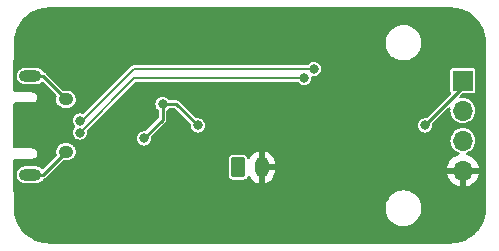
<source format=gbr>
%TF.GenerationSoftware,KiCad,Pcbnew,(6.0.0-0)*%
%TF.CreationDate,2022-08-17T15:30:41+02:00*%
%TF.ProjectId,bq24072_pmic_board,62713234-3037-4325-9f70-6d69635f626f,rev?*%
%TF.SameCoordinates,Original*%
%TF.FileFunction,Copper,L2,Bot*%
%TF.FilePolarity,Positive*%
%FSLAX46Y46*%
G04 Gerber Fmt 4.6, Leading zero omitted, Abs format (unit mm)*
G04 Created by KiCad (PCBNEW (6.0.0-0)) date 2022-08-17 15:30:41*
%MOMM*%
%LPD*%
G01*
G04 APERTURE LIST*
G04 Aperture macros list*
%AMRoundRect*
0 Rectangle with rounded corners*
0 $1 Rounding radius*
0 $2 $3 $4 $5 $6 $7 $8 $9 X,Y pos of 4 corners*
0 Add a 4 corners polygon primitive as box body*
4,1,4,$2,$3,$4,$5,$6,$7,$8,$9,$2,$3,0*
0 Add four circle primitives for the rounded corners*
1,1,$1+$1,$2,$3*
1,1,$1+$1,$4,$5*
1,1,$1+$1,$6,$7*
1,1,$1+$1,$8,$9*
0 Add four rect primitives between the rounded corners*
20,1,$1+$1,$2,$3,$4,$5,0*
20,1,$1+$1,$4,$5,$6,$7,0*
20,1,$1+$1,$6,$7,$8,$9,0*
20,1,$1+$1,$8,$9,$2,$3,0*%
G04 Aperture macros list end*
%TA.AperFunction,ComponentPad*%
%ADD10R,1.700000X1.700000*%
%TD*%
%TA.AperFunction,ComponentPad*%
%ADD11O,1.700000X1.700000*%
%TD*%
%TA.AperFunction,ComponentPad*%
%ADD12RoundRect,0.250000X-0.350000X-0.625000X0.350000X-0.625000X0.350000X0.625000X-0.350000X0.625000X0*%
%TD*%
%TA.AperFunction,ComponentPad*%
%ADD13O,1.200000X1.750000*%
%TD*%
%TA.AperFunction,ComponentPad*%
%ADD14O,1.250000X1.050000*%
%TD*%
%TA.AperFunction,ComponentPad*%
%ADD15O,1.900000X1.000000*%
%TD*%
%TA.AperFunction,ViaPad*%
%ADD16C,0.800000*%
%TD*%
%TA.AperFunction,Conductor*%
%ADD17C,0.250000*%
%TD*%
%TA.AperFunction,Conductor*%
%ADD18C,0.200000*%
%TD*%
G04 APERTURE END LIST*
D10*
%TO.P,J103,1,Pin_1*%
%TO.N,3V3*%
X163025000Y-86200000D03*
D11*
%TO.P,J103,2,Pin_2*%
%TO.N,D+*%
X163025000Y-88740000D03*
%TO.P,J103,3,Pin_3*%
%TO.N,D-*%
X163025000Y-91280000D03*
%TO.P,J103,4,Pin_4*%
%TO.N,GND*%
X163025000Y-93820000D03*
%TD*%
D12*
%TO.P,J102,1,Pin_1*%
%TO.N,BATT+*%
X144000000Y-93550000D03*
D13*
%TO.P,J102,2,Pin_2*%
%TO.N,GND*%
X146000000Y-93550000D03*
%TD*%
D14*
%TO.P,J101,6,Shield*%
%TO.N,Net-(J101-Pad6)*%
X129420000Y-92225000D03*
X129420000Y-87775000D03*
D15*
X126420000Y-85825000D03*
X126420000Y-94175000D03*
%TD*%
D16*
%TO.N,GND*%
X132906851Y-86503906D03*
X134000000Y-95400000D03*
X136200000Y-89000000D03*
X135600000Y-82000000D03*
X128100962Y-88642440D03*
X135600000Y-84000000D03*
X136200000Y-94800000D03*
X152800000Y-87800000D03*
X128400000Y-95000000D03*
X135157960Y-91625958D03*
X133000000Y-94800000D03*
X128400000Y-80800000D03*
X141000000Y-91000000D03*
X136200000Y-87000000D03*
X147200000Y-91400000D03*
%TO.N,OUT*%
X136008406Y-91100842D03*
X137600000Y-88200000D03*
X140575500Y-90000000D03*
%TO.N,D+*%
X150400000Y-85200000D03*
X130626491Y-89584265D03*
%TO.N,D-*%
X149600000Y-86000000D03*
X130600000Y-90600000D03*
%TO.N,3V3*%
X159800000Y-90000000D03*
%TD*%
D17*
%TO.N,OUT*%
X136008406Y-91100842D02*
X137600000Y-89509248D01*
X138775500Y-88200000D02*
X140575500Y-90000000D01*
X137600000Y-89509248D02*
X137600000Y-88200000D01*
X137600000Y-88200000D02*
X138775500Y-88200000D01*
%TO.N,Net-(J101-Pad6)*%
X126420000Y-85825000D02*
X127470000Y-85825000D01*
X126420000Y-94175000D02*
X127470000Y-94175000D01*
X127470000Y-85825000D02*
X129420000Y-87775000D01*
X127470000Y-94175000D02*
X129420000Y-92225000D01*
D18*
%TO.N,D+*%
X150400000Y-85200000D02*
X135200000Y-85200000D01*
X130815735Y-89584265D02*
X130626491Y-89584265D01*
X135200000Y-85200000D02*
X130815735Y-89584265D01*
%TO.N,D-*%
X135200000Y-86000000D02*
X130600000Y-90600000D01*
X135200000Y-86000000D02*
X149600000Y-86000000D01*
D17*
%TO.N,3V3*%
X159800000Y-90000000D02*
X163025000Y-86775000D01*
X163025000Y-86775000D02*
X163025000Y-86200000D01*
%TD*%
%TA.AperFunction,Conductor*%
%TO.N,GND*%
G36*
X162003293Y-80000673D02*
G01*
X162058898Y-80003587D01*
X162133549Y-80007499D01*
X162313790Y-80017622D01*
X162326421Y-80018973D01*
X162475061Y-80042515D01*
X162476150Y-80042694D01*
X162564176Y-80057650D01*
X162635217Y-80069721D01*
X162646721Y-80072234D01*
X162795562Y-80112115D01*
X162797833Y-80112747D01*
X162949080Y-80156321D01*
X162959350Y-80159764D01*
X163104647Y-80215539D01*
X163107696Y-80216755D01*
X163251685Y-80276397D01*
X163260651Y-80280530D01*
X163400049Y-80351557D01*
X163403761Y-80353528D01*
X163539483Y-80428539D01*
X163547159Y-80433145D01*
X163678692Y-80518564D01*
X163682979Y-80521475D01*
X163809119Y-80610976D01*
X163815475Y-80615797D01*
X163937519Y-80714626D01*
X163942185Y-80718595D01*
X164057388Y-80821547D01*
X164062523Y-80826403D01*
X164173598Y-80937478D01*
X164178454Y-80942613D01*
X164281405Y-81057815D01*
X164285368Y-81062473D01*
X164384203Y-81184525D01*
X164389024Y-81190881D01*
X164454585Y-81283281D01*
X164478525Y-81317021D01*
X164481436Y-81321308D01*
X164566855Y-81452841D01*
X164571460Y-81460515D01*
X164640582Y-81585581D01*
X164646472Y-81596239D01*
X164648443Y-81599951D01*
X164719470Y-81739349D01*
X164723605Y-81748320D01*
X164783245Y-81892304D01*
X164784461Y-81895353D01*
X164824772Y-82000364D01*
X164840235Y-82040647D01*
X164843679Y-82050920D01*
X164887253Y-82202167D01*
X164887885Y-82204438D01*
X164927766Y-82353279D01*
X164930279Y-82364783D01*
X164939909Y-82421458D01*
X164957306Y-82523850D01*
X164957485Y-82524939D01*
X164981026Y-82673572D01*
X164982379Y-82686218D01*
X164992506Y-82866558D01*
X164992531Y-82867028D01*
X164999327Y-82996707D01*
X164999500Y-83003301D01*
X164999500Y-96996699D01*
X164999327Y-97003293D01*
X164992531Y-97132972D01*
X164992506Y-97133442D01*
X164982379Y-97313782D01*
X164981027Y-97326421D01*
X164957485Y-97475061D01*
X164957306Y-97476150D01*
X164942350Y-97564176D01*
X164930279Y-97635217D01*
X164927766Y-97646721D01*
X164887885Y-97795562D01*
X164887253Y-97797833D01*
X164843679Y-97949080D01*
X164840236Y-97959350D01*
X164812992Y-98030324D01*
X164784467Y-98104633D01*
X164783245Y-98107696D01*
X164723605Y-98251680D01*
X164719470Y-98260651D01*
X164648443Y-98400049D01*
X164646477Y-98403752D01*
X164593203Y-98500144D01*
X164571461Y-98539483D01*
X164566855Y-98547159D01*
X164481436Y-98678692D01*
X164478525Y-98682979D01*
X164389024Y-98809119D01*
X164384203Y-98815475D01*
X164285374Y-98937519D01*
X164281405Y-98942185D01*
X164178453Y-99057388D01*
X164173597Y-99062523D01*
X164062523Y-99173597D01*
X164057388Y-99178453D01*
X163942185Y-99281405D01*
X163937527Y-99285368D01*
X163815475Y-99384203D01*
X163809119Y-99389024D01*
X163716719Y-99454585D01*
X163682979Y-99478525D01*
X163678692Y-99481436D01*
X163547159Y-99566855D01*
X163539483Y-99571461D01*
X163403761Y-99646472D01*
X163400049Y-99648443D01*
X163260651Y-99719470D01*
X163251685Y-99723603D01*
X163170775Y-99757117D01*
X163107696Y-99783245D01*
X163104647Y-99784461D01*
X162959353Y-99840235D01*
X162949080Y-99843679D01*
X162797833Y-99887253D01*
X162795562Y-99887885D01*
X162646721Y-99927766D01*
X162635217Y-99930279D01*
X162564176Y-99942350D01*
X162476150Y-99957306D01*
X162475061Y-99957485D01*
X162326421Y-99981027D01*
X162313790Y-99982378D01*
X162133549Y-99992501D01*
X162058898Y-99996413D01*
X162003293Y-99999327D01*
X161996699Y-99999500D01*
X128003301Y-99999500D01*
X127996707Y-99999327D01*
X127941102Y-99996413D01*
X127866451Y-99992501D01*
X127686210Y-99982378D01*
X127673579Y-99981027D01*
X127524939Y-99957485D01*
X127523850Y-99957306D01*
X127435824Y-99942350D01*
X127364783Y-99930279D01*
X127353279Y-99927766D01*
X127204438Y-99887885D01*
X127202167Y-99887253D01*
X127050920Y-99843679D01*
X127040647Y-99840235D01*
X126895353Y-99784461D01*
X126892304Y-99783245D01*
X126829225Y-99757117D01*
X126748315Y-99723603D01*
X126739349Y-99719470D01*
X126599951Y-99648443D01*
X126596239Y-99646472D01*
X126460517Y-99571461D01*
X126452841Y-99566855D01*
X126321308Y-99481436D01*
X126317021Y-99478525D01*
X126283281Y-99454585D01*
X126190881Y-99389024D01*
X126184525Y-99384203D01*
X126062473Y-99285368D01*
X126057815Y-99281405D01*
X125942613Y-99178454D01*
X125937478Y-99173598D01*
X125826402Y-99062522D01*
X125821546Y-99057387D01*
X125718595Y-98942185D01*
X125714626Y-98937519D01*
X125615797Y-98815475D01*
X125610976Y-98809119D01*
X125521475Y-98682979D01*
X125518564Y-98678692D01*
X125433145Y-98547159D01*
X125428539Y-98539483D01*
X125406797Y-98500144D01*
X125353523Y-98403752D01*
X125351557Y-98400049D01*
X125280530Y-98260651D01*
X125276395Y-98251680D01*
X125216755Y-98107696D01*
X125215533Y-98104633D01*
X125187009Y-98030324D01*
X125159764Y-97959350D01*
X125156321Y-97949080D01*
X125112747Y-97797833D01*
X125112115Y-97795562D01*
X125072234Y-97646721D01*
X125069721Y-97635217D01*
X125057650Y-97564176D01*
X125042694Y-97476150D01*
X125042515Y-97475061D01*
X125018973Y-97326421D01*
X125017621Y-97313782D01*
X125007494Y-97133442D01*
X125007469Y-97132972D01*
X125006005Y-97105028D01*
X156498025Y-97105028D01*
X156535347Y-97348930D01*
X156612003Y-97583460D01*
X156725935Y-97802321D01*
X156729038Y-97806454D01*
X156729040Y-97806457D01*
X156870978Y-97995501D01*
X156874083Y-97999636D01*
X157052468Y-98170104D01*
X157056740Y-98173018D01*
X157056741Y-98173019D01*
X157172054Y-98251680D01*
X157256300Y-98309149D01*
X157368202Y-98361092D01*
X157475409Y-98410856D01*
X157475413Y-98410857D01*
X157480104Y-98413035D01*
X157717871Y-98478974D01*
X157723008Y-98479523D01*
X157915957Y-98500144D01*
X157915965Y-98500144D01*
X157919292Y-98500500D01*
X158062554Y-98500500D01*
X158065127Y-98500288D01*
X158065138Y-98500288D01*
X158240760Y-98485849D01*
X158240766Y-98485848D01*
X158245911Y-98485425D01*
X158485217Y-98425316D01*
X158711493Y-98326928D01*
X158918661Y-98192905D01*
X158940516Y-98173019D01*
X159015671Y-98104633D01*
X159101158Y-98026846D01*
X159104357Y-98022795D01*
X159104361Y-98022791D01*
X159250881Y-97837264D01*
X159250884Y-97837259D01*
X159254082Y-97833210D01*
X159256577Y-97828691D01*
X159370830Y-97621722D01*
X159370832Y-97621718D01*
X159373327Y-97617198D01*
X159385275Y-97583460D01*
X159453965Y-97389485D01*
X159453966Y-97389481D01*
X159455691Y-97384610D01*
X159466055Y-97326428D01*
X159498055Y-97146783D01*
X159498056Y-97146777D01*
X159498961Y-97141694D01*
X159501975Y-96894972D01*
X159464653Y-96651070D01*
X159387997Y-96416540D01*
X159274065Y-96197679D01*
X159125917Y-96000364D01*
X158947532Y-95829896D01*
X158919212Y-95810577D01*
X158747979Y-95693770D01*
X158747980Y-95693770D01*
X158743700Y-95690851D01*
X158631798Y-95638908D01*
X158524591Y-95589144D01*
X158524587Y-95589143D01*
X158519896Y-95586965D01*
X158282129Y-95521026D01*
X158276992Y-95520477D01*
X158084043Y-95499856D01*
X158084035Y-95499856D01*
X158080708Y-95499500D01*
X157937446Y-95499500D01*
X157934873Y-95499712D01*
X157934862Y-95499712D01*
X157759240Y-95514151D01*
X157759234Y-95514152D01*
X157754089Y-95514575D01*
X157514783Y-95574684D01*
X157288507Y-95673072D01*
X157081339Y-95807095D01*
X157077514Y-95810575D01*
X157077512Y-95810577D01*
X157056281Y-95829896D01*
X156898842Y-95973154D01*
X156895643Y-95977205D01*
X156895639Y-95977209D01*
X156749119Y-96162736D01*
X156749116Y-96162741D01*
X156745918Y-96166790D01*
X156743425Y-96171306D01*
X156743423Y-96171309D01*
X156731150Y-96193543D01*
X156626673Y-96382802D01*
X156624949Y-96387671D01*
X156624947Y-96387675D01*
X156612984Y-96421458D01*
X156544309Y-96615390D01*
X156501039Y-96858306D01*
X156498025Y-97105028D01*
X125006005Y-97105028D01*
X125000643Y-97002718D01*
X125000475Y-96997287D01*
X124975172Y-94256105D01*
X125269031Y-94256105D01*
X125270805Y-94263492D01*
X125270805Y-94263496D01*
X125287169Y-94331655D01*
X125308612Y-94420968D01*
X125312093Y-94427712D01*
X125312094Y-94427715D01*
X125382892Y-94564883D01*
X125386375Y-94571631D01*
X125391367Y-94577353D01*
X125391368Y-94577355D01*
X125428547Y-94619974D01*
X125497831Y-94699396D01*
X125504045Y-94703763D01*
X125630330Y-94792518D01*
X125630332Y-94792519D01*
X125636547Y-94796887D01*
X125794513Y-94858476D01*
X125802046Y-94859468D01*
X125802047Y-94859468D01*
X125919739Y-94874962D01*
X125923826Y-94875500D01*
X126912516Y-94875500D01*
X127038320Y-94860276D01*
X127196923Y-94800345D01*
X127208525Y-94792371D01*
X127330392Y-94708614D01*
X127330393Y-94708613D01*
X127336651Y-94704312D01*
X127373246Y-94663239D01*
X127444388Y-94583392D01*
X127444390Y-94583388D01*
X127449440Y-94577721D01*
X127452993Y-94571010D01*
X127452996Y-94571006D01*
X127460667Y-94556518D01*
X127510218Y-94505674D01*
X127550144Y-94491389D01*
X127572190Y-94487502D01*
X127583045Y-94485588D01*
X127592589Y-94480078D01*
X127595866Y-94478885D01*
X127599034Y-94477408D01*
X127609684Y-94474554D01*
X127640544Y-94452945D01*
X127649815Y-94447039D01*
X127672906Y-94433707D01*
X127682455Y-94428194D01*
X127706685Y-94399317D01*
X127714111Y-94391215D01*
X127876492Y-94228834D01*
X143199500Y-94228834D01*
X143202481Y-94260369D01*
X143247366Y-94388184D01*
X143252958Y-94395754D01*
X143252959Y-94395757D01*
X143279008Y-94431024D01*
X143327850Y-94497150D01*
X143335421Y-94502742D01*
X143429243Y-94572041D01*
X143429246Y-94572042D01*
X143436816Y-94577634D01*
X143564631Y-94622519D01*
X143572277Y-94623242D01*
X143572278Y-94623242D01*
X143578248Y-94623806D01*
X143596166Y-94625500D01*
X144403834Y-94625500D01*
X144421752Y-94623806D01*
X144427722Y-94623242D01*
X144427723Y-94623242D01*
X144435369Y-94622519D01*
X144563184Y-94577634D01*
X144570754Y-94572042D01*
X144570757Y-94572041D01*
X144664579Y-94502742D01*
X144672150Y-94497150D01*
X144720992Y-94431024D01*
X144747041Y-94395757D01*
X144747042Y-94395754D01*
X144752634Y-94388184D01*
X144773709Y-94328169D01*
X144815152Y-94270525D01*
X144881181Y-94244436D01*
X144950834Y-94258187D01*
X145004608Y-94312226D01*
X145060619Y-94420977D01*
X145067069Y-94431024D01*
X145190262Y-94587857D01*
X145198499Y-94596506D01*
X145349123Y-94727212D01*
X145358847Y-94734147D01*
X145531467Y-94834010D01*
X145542331Y-94838984D01*
X145730727Y-94904407D01*
X145731716Y-94904648D01*
X145742008Y-94903180D01*
X145746000Y-94889615D01*
X145746000Y-94885402D01*
X146254000Y-94885402D01*
X146257973Y-94898933D01*
X146267399Y-94900288D01*
X146356537Y-94878806D01*
X146367832Y-94874917D01*
X146549382Y-94792371D01*
X146559724Y-94786424D01*
X146722397Y-94671032D01*
X146731425Y-94663239D01*
X146869342Y-94519169D01*
X146876738Y-94509804D01*
X146984921Y-94342259D01*
X146990417Y-94331655D01*
X147064961Y-94146688D01*
X147068355Y-94135230D01*
X147077585Y-94087966D01*
X161693257Y-94087966D01*
X161723565Y-94222446D01*
X161726645Y-94232275D01*
X161806770Y-94429603D01*
X161811413Y-94438794D01*
X161922694Y-94620388D01*
X161928777Y-94628699D01*
X162068213Y-94789667D01*
X162075580Y-94796883D01*
X162239434Y-94932916D01*
X162247881Y-94938831D01*
X162431756Y-95046279D01*
X162441042Y-95050729D01*
X162640001Y-95126703D01*
X162649899Y-95129579D01*
X162753250Y-95150606D01*
X162767299Y-95149410D01*
X162771000Y-95139065D01*
X162771000Y-95138517D01*
X163279000Y-95138517D01*
X163283064Y-95152359D01*
X163296478Y-95154393D01*
X163303184Y-95153534D01*
X163313262Y-95151392D01*
X163517255Y-95090191D01*
X163526842Y-95086433D01*
X163718095Y-94992739D01*
X163726945Y-94987464D01*
X163900328Y-94863792D01*
X163908200Y-94857139D01*
X164059052Y-94706812D01*
X164065730Y-94698965D01*
X164190003Y-94526020D01*
X164195313Y-94517183D01*
X164289670Y-94326267D01*
X164293469Y-94316672D01*
X164355377Y-94112910D01*
X164357555Y-94102837D01*
X164358986Y-94091962D01*
X164356775Y-94077778D01*
X164343617Y-94074000D01*
X163297115Y-94074000D01*
X163281876Y-94078475D01*
X163280671Y-94079865D01*
X163279000Y-94087548D01*
X163279000Y-95138517D01*
X162771000Y-95138517D01*
X162771000Y-94092115D01*
X162766525Y-94076876D01*
X162765135Y-94075671D01*
X162757452Y-94074000D01*
X161708225Y-94074000D01*
X161694694Y-94077973D01*
X161693257Y-94087966D01*
X147077585Y-94087966D01*
X147106857Y-93938072D01*
X147107934Y-93929209D01*
X147108000Y-93926500D01*
X147108000Y-93822115D01*
X147103525Y-93806876D01*
X147102135Y-93805671D01*
X147094452Y-93804000D01*
X146272115Y-93804000D01*
X146256876Y-93808475D01*
X146255671Y-93809865D01*
X146254000Y-93817548D01*
X146254000Y-94885402D01*
X145746000Y-94885402D01*
X145746000Y-93554183D01*
X161689389Y-93554183D01*
X161690912Y-93562607D01*
X161703292Y-93566000D01*
X164343344Y-93566000D01*
X164356875Y-93562027D01*
X164358180Y-93552947D01*
X164316214Y-93385875D01*
X164312894Y-93376124D01*
X164227972Y-93180814D01*
X164223105Y-93171739D01*
X164107426Y-92992926D01*
X164101136Y-92984757D01*
X163957806Y-92827240D01*
X163950273Y-92820215D01*
X163783139Y-92688222D01*
X163774552Y-92682517D01*
X163588117Y-92579599D01*
X163578705Y-92575369D01*
X163387031Y-92507493D01*
X163329495Y-92465899D01*
X163303579Y-92399801D01*
X163317513Y-92330185D01*
X163366872Y-92279154D01*
X163395206Y-92267362D01*
X163400790Y-92265803D01*
X163400799Y-92265800D01*
X163406725Y-92264145D01*
X163412214Y-92261372D01*
X163412220Y-92261370D01*
X163547944Y-92192810D01*
X163590610Y-92171258D01*
X163752951Y-92044424D01*
X163775098Y-92018767D01*
X163883540Y-91893134D01*
X163883540Y-91893133D01*
X163887564Y-91888472D01*
X163901979Y-91863098D01*
X163941356Y-91793781D01*
X163989323Y-91709344D01*
X164054351Y-91513863D01*
X164080171Y-91309474D01*
X164080583Y-91280000D01*
X164060480Y-91074970D01*
X164000935Y-90877749D01*
X163904218Y-90695849D01*
X163814727Y-90586122D01*
X163777906Y-90540975D01*
X163777903Y-90540972D01*
X163774011Y-90536200D01*
X163767173Y-90530543D01*
X163620025Y-90408811D01*
X163620021Y-90408809D01*
X163615275Y-90404882D01*
X163434055Y-90306897D01*
X163237254Y-90245977D01*
X163231129Y-90245333D01*
X163231128Y-90245333D01*
X163038498Y-90225087D01*
X163038496Y-90225087D01*
X163032369Y-90224443D01*
X162945529Y-90232346D01*
X162833342Y-90242555D01*
X162833339Y-90242556D01*
X162827203Y-90243114D01*
X162629572Y-90301280D01*
X162447002Y-90396726D01*
X162442201Y-90400586D01*
X162442198Y-90400588D01*
X162316171Y-90501916D01*
X162286447Y-90525815D01*
X162154024Y-90683630D01*
X162151056Y-90689028D01*
X162151053Y-90689033D01*
X162057743Y-90858765D01*
X162054776Y-90864162D01*
X161992484Y-91060532D01*
X161991798Y-91066649D01*
X161991797Y-91066653D01*
X161985305Y-91124536D01*
X161969520Y-91265262D01*
X161986759Y-91470553D01*
X161988458Y-91476478D01*
X162027887Y-91613982D01*
X162043544Y-91668586D01*
X162046359Y-91674063D01*
X162046360Y-91674066D01*
X162134897Y-91846341D01*
X162137712Y-91851818D01*
X162265677Y-92013270D01*
X162270370Y-92017264D01*
X162270371Y-92017265D01*
X162359937Y-92093491D01*
X162422564Y-92146791D01*
X162427942Y-92149797D01*
X162427944Y-92149798D01*
X162491824Y-92185499D01*
X162602398Y-92247297D01*
X162667437Y-92268429D01*
X162726042Y-92308502D01*
X162753680Y-92373898D01*
X162741574Y-92443855D01*
X162693568Y-92496162D01*
X162667646Y-92508027D01*
X162501868Y-92562212D01*
X162492359Y-92566209D01*
X162303463Y-92664542D01*
X162294738Y-92670036D01*
X162124433Y-92797905D01*
X162116726Y-92804748D01*
X161969590Y-92958717D01*
X161963104Y-92966727D01*
X161843098Y-93142649D01*
X161838000Y-93151623D01*
X161748338Y-93344783D01*
X161744775Y-93354470D01*
X161689389Y-93554183D01*
X145746000Y-93554183D01*
X145746000Y-93277885D01*
X146254000Y-93277885D01*
X146258475Y-93293124D01*
X146259865Y-93294329D01*
X146267548Y-93296000D01*
X147089885Y-93296000D01*
X147105124Y-93291525D01*
X147106329Y-93290135D01*
X147108000Y-93282452D01*
X147108000Y-93225168D01*
X147107715Y-93219192D01*
X147093529Y-93070506D01*
X147091270Y-93058772D01*
X147035128Y-92867401D01*
X147030698Y-92856325D01*
X146939381Y-92679022D01*
X146932931Y-92668976D01*
X146809738Y-92512143D01*
X146801501Y-92503494D01*
X146650877Y-92372788D01*
X146641153Y-92365853D01*
X146468533Y-92265990D01*
X146457669Y-92261016D01*
X146269273Y-92195593D01*
X146268284Y-92195352D01*
X146257992Y-92196820D01*
X146254000Y-92210385D01*
X146254000Y-93277885D01*
X145746000Y-93277885D01*
X145746000Y-92214598D01*
X145742027Y-92201067D01*
X145732601Y-92199712D01*
X145643463Y-92221194D01*
X145632168Y-92225083D01*
X145450618Y-92307629D01*
X145440276Y-92313576D01*
X145277603Y-92428968D01*
X145268575Y-92436761D01*
X145130658Y-92580831D01*
X145123262Y-92590196D01*
X145015079Y-92757741D01*
X145009585Y-92768341D01*
X145007857Y-92772628D01*
X144963840Y-92828333D01*
X144896694Y-92851397D01*
X144827738Y-92834498D01*
X144778864Y-92783001D01*
X144772109Y-92767274D01*
X144768762Y-92757741D01*
X144752634Y-92711816D01*
X144747042Y-92704246D01*
X144747041Y-92704243D01*
X144677742Y-92610421D01*
X144672150Y-92602850D01*
X144634944Y-92575369D01*
X144570757Y-92527959D01*
X144570754Y-92527958D01*
X144563184Y-92522366D01*
X144435369Y-92477481D01*
X144427723Y-92476758D01*
X144427722Y-92476758D01*
X144421752Y-92476194D01*
X144403834Y-92474500D01*
X143596166Y-92474500D01*
X143578248Y-92476194D01*
X143572278Y-92476758D01*
X143572277Y-92476758D01*
X143564631Y-92477481D01*
X143436816Y-92522366D01*
X143429246Y-92527958D01*
X143429243Y-92527959D01*
X143365056Y-92575369D01*
X143327850Y-92602850D01*
X143322258Y-92610421D01*
X143252959Y-92704243D01*
X143252958Y-92704246D01*
X143247366Y-92711816D01*
X143202481Y-92839631D01*
X143199500Y-92871166D01*
X143199500Y-94228834D01*
X127876492Y-94228834D01*
X129120674Y-92984653D01*
X129182986Y-92950627D01*
X129227229Y-92949229D01*
X129229717Y-92949838D01*
X129237149Y-92950299D01*
X129238449Y-92950380D01*
X129238458Y-92950380D01*
X129240388Y-92950500D01*
X129562363Y-92950500D01*
X129651035Y-92940162D01*
X129680765Y-92936696D01*
X129680766Y-92936696D01*
X129688037Y-92935848D01*
X129694914Y-92933352D01*
X129694917Y-92933351D01*
X129840182Y-92880622D01*
X129847061Y-92878125D01*
X129988540Y-92785367D01*
X130104885Y-92662550D01*
X130189856Y-92516262D01*
X130192351Y-92508027D01*
X130216840Y-92427169D01*
X130238895Y-92354350D01*
X130240851Y-92322831D01*
X130244685Y-92261016D01*
X130249370Y-92185499D01*
X130243236Y-92149798D01*
X130221960Y-92025983D01*
X130220720Y-92018767D01*
X130154482Y-91863098D01*
X130120354Y-91816723D01*
X130058547Y-91732736D01*
X130058545Y-91732733D01*
X130054209Y-91726842D01*
X130006001Y-91685886D01*
X129930854Y-91622043D01*
X129930851Y-91622041D01*
X129925280Y-91617308D01*
X129774611Y-91540373D01*
X129767502Y-91538633D01*
X129767498Y-91538632D01*
X129641268Y-91507744D01*
X129610283Y-91500162D01*
X129604686Y-91499815D01*
X129604681Y-91499814D01*
X129601551Y-91499620D01*
X129601542Y-91499620D01*
X129599612Y-91499500D01*
X129277637Y-91499500D01*
X129188965Y-91509838D01*
X129159235Y-91513304D01*
X129159234Y-91513304D01*
X129151963Y-91514152D01*
X129145086Y-91516648D01*
X129145083Y-91516649D01*
X129079725Y-91540373D01*
X128992939Y-91571875D01*
X128851460Y-91664633D01*
X128735115Y-91787450D01*
X128650144Y-91933738D01*
X128648023Y-91940740D01*
X128648022Y-91940743D01*
X128640288Y-91966280D01*
X128601105Y-92095650D01*
X128600652Y-92102959D01*
X128600651Y-92102962D01*
X128596242Y-92174033D01*
X128590630Y-92264501D01*
X128591870Y-92271717D01*
X128591870Y-92271719D01*
X128609237Y-92372788D01*
X128619280Y-92431233D01*
X128622146Y-92437968D01*
X128622147Y-92437972D01*
X128626020Y-92447075D01*
X128634284Y-92517589D01*
X128599173Y-92585500D01*
X127526954Y-93657720D01*
X127464642Y-93691745D01*
X127393827Y-93686681D01*
X127354537Y-93659488D01*
X127352806Y-93661410D01*
X127347164Y-93656330D01*
X127342169Y-93650604D01*
X127283649Y-93609475D01*
X127209670Y-93557482D01*
X127209668Y-93557481D01*
X127203453Y-93553113D01*
X127045487Y-93491524D01*
X127037954Y-93490532D01*
X127037953Y-93490532D01*
X126920261Y-93475038D01*
X126920260Y-93475038D01*
X126916174Y-93474500D01*
X125927484Y-93474500D01*
X125801680Y-93489724D01*
X125643077Y-93549655D01*
X125503349Y-93645688D01*
X125498297Y-93651358D01*
X125498296Y-93651359D01*
X125395612Y-93766608D01*
X125395610Y-93766612D01*
X125390560Y-93772279D01*
X125387008Y-93778988D01*
X125387007Y-93778989D01*
X125372880Y-93805671D01*
X125311224Y-93922119D01*
X125269919Y-94086559D01*
X125269031Y-94256105D01*
X124975172Y-94256105D01*
X124970505Y-93750546D01*
X124970500Y-93749383D01*
X124970500Y-92926500D01*
X124990502Y-92858379D01*
X125044158Y-92811886D01*
X125096500Y-92800500D01*
X126541413Y-92800500D01*
X126545000Y-92800757D01*
X126545000Y-92804876D01*
X126666110Y-92787463D01*
X126777409Y-92736635D01*
X126784218Y-92730735D01*
X126784221Y-92730733D01*
X126863067Y-92662412D01*
X126863068Y-92662411D01*
X126869879Y-92656509D01*
X126936029Y-92553577D01*
X126945194Y-92522366D01*
X126967962Y-92444823D01*
X126967962Y-92444821D01*
X126970500Y-92436178D01*
X126970500Y-92313822D01*
X126957172Y-92268429D01*
X126938569Y-92205072D01*
X126938568Y-92205069D01*
X126936029Y-92196423D01*
X126869879Y-92093491D01*
X126813253Y-92044424D01*
X126784221Y-92019267D01*
X126784218Y-92019265D01*
X126777409Y-92013365D01*
X126766623Y-92008439D01*
X126700357Y-91978177D01*
X126666110Y-91962537D01*
X126545000Y-91945124D01*
X126545000Y-91949243D01*
X126541413Y-91949500D01*
X125096500Y-91949500D01*
X125028379Y-91929498D01*
X124981886Y-91875842D01*
X124970500Y-91823500D01*
X124970500Y-90600000D01*
X129994318Y-90600000D01*
X130014956Y-90756762D01*
X130075464Y-90902841D01*
X130171718Y-91028282D01*
X130297159Y-91124536D01*
X130443238Y-91185044D01*
X130600000Y-91205682D01*
X130608188Y-91204604D01*
X130748574Y-91186122D01*
X130756762Y-91185044D01*
X130902841Y-91124536D01*
X130933720Y-91100842D01*
X135402724Y-91100842D01*
X135423362Y-91257604D01*
X135483870Y-91403683D01*
X135580124Y-91529124D01*
X135705565Y-91625378D01*
X135851644Y-91685886D01*
X136008406Y-91706524D01*
X136016594Y-91705446D01*
X136156980Y-91686964D01*
X136165168Y-91685886D01*
X136311247Y-91625378D01*
X136436688Y-91529124D01*
X136532942Y-91403683D01*
X136593450Y-91257604D01*
X136614088Y-91100842D01*
X136605288Y-91033999D01*
X136616227Y-90963852D01*
X136641115Y-90928459D01*
X137816215Y-89753359D01*
X137824319Y-89745932D01*
X137830805Y-89740489D01*
X137853194Y-89721703D01*
X137863247Y-89704290D01*
X137872039Y-89689063D01*
X137877945Y-89679792D01*
X137893230Y-89657963D01*
X137899554Y-89648932D01*
X137902408Y-89638282D01*
X137903885Y-89635114D01*
X137905077Y-89631838D01*
X137910588Y-89622293D01*
X137917130Y-89585190D01*
X137919509Y-89574458D01*
X137921589Y-89566695D01*
X137929264Y-89538055D01*
X137925979Y-89500505D01*
X137925500Y-89489524D01*
X137925500Y-88769286D01*
X137945502Y-88701165D01*
X137974796Y-88669323D01*
X138021736Y-88633305D01*
X138028282Y-88628282D01*
X138069323Y-88574796D01*
X138126661Y-88532929D01*
X138169286Y-88525500D01*
X138588484Y-88525500D01*
X138656605Y-88545502D01*
X138677579Y-88562405D01*
X139942791Y-89827618D01*
X139976817Y-89889930D01*
X139978618Y-89933158D01*
X139969818Y-90000000D01*
X139990456Y-90156762D01*
X140050964Y-90302841D01*
X140147218Y-90428282D01*
X140272659Y-90524536D01*
X140418738Y-90585044D01*
X140575500Y-90605682D01*
X140583688Y-90604604D01*
X140724074Y-90586122D01*
X140732262Y-90585044D01*
X140878341Y-90524536D01*
X141003782Y-90428282D01*
X141100036Y-90302841D01*
X141160544Y-90156762D01*
X141181182Y-90000000D01*
X159194318Y-90000000D01*
X159214956Y-90156762D01*
X159275464Y-90302841D01*
X159371718Y-90428282D01*
X159497159Y-90524536D01*
X159643238Y-90585044D01*
X159800000Y-90605682D01*
X159808188Y-90604604D01*
X159948574Y-90586122D01*
X159956762Y-90585044D01*
X160102841Y-90524536D01*
X160228282Y-90428282D01*
X160324536Y-90302841D01*
X160385044Y-90156762D01*
X160405682Y-90000000D01*
X160396882Y-89933157D01*
X160407821Y-89863010D01*
X160432709Y-89827617D01*
X161769992Y-88490334D01*
X161832304Y-88456308D01*
X161903119Y-88461373D01*
X161959955Y-88503920D01*
X161984766Y-88570440D01*
X161984302Y-88593474D01*
X161972223Y-88701165D01*
X161969520Y-88725262D01*
X161986759Y-88930553D01*
X161988458Y-88936478D01*
X162023800Y-89059729D01*
X162043544Y-89128586D01*
X162046359Y-89134063D01*
X162046360Y-89134066D01*
X162126013Y-89289054D01*
X162137712Y-89311818D01*
X162265677Y-89473270D01*
X162422564Y-89606791D01*
X162427942Y-89609797D01*
X162427944Y-89609798D01*
X162459563Y-89627469D01*
X162602398Y-89707297D01*
X162681008Y-89732839D01*
X162792471Y-89769056D01*
X162792475Y-89769057D01*
X162798329Y-89770959D01*
X163002894Y-89795351D01*
X163009029Y-89794879D01*
X163009031Y-89794879D01*
X163065039Y-89790569D01*
X163208300Y-89779546D01*
X163214230Y-89777890D01*
X163214232Y-89777890D01*
X163400797Y-89725800D01*
X163400796Y-89725800D01*
X163406725Y-89724145D01*
X163412214Y-89721372D01*
X163412220Y-89721370D01*
X163582976Y-89635114D01*
X163590610Y-89631258D01*
X163615978Y-89611439D01*
X163709905Y-89538055D01*
X163752951Y-89504424D01*
X163765813Y-89489524D01*
X163883540Y-89353134D01*
X163883540Y-89353133D01*
X163887564Y-89348472D01*
X163902471Y-89322232D01*
X163986276Y-89174707D01*
X163989323Y-89169344D01*
X164054351Y-88973863D01*
X164080171Y-88769474D01*
X164080583Y-88740000D01*
X164060480Y-88534970D01*
X164000935Y-88337749D01*
X163904218Y-88155849D01*
X163819344Y-88051783D01*
X163777906Y-88000975D01*
X163777903Y-88000972D01*
X163774011Y-87996200D01*
X163766975Y-87990379D01*
X163620025Y-87868811D01*
X163620021Y-87868809D01*
X163615275Y-87864882D01*
X163434055Y-87766897D01*
X163237254Y-87705977D01*
X163231129Y-87705333D01*
X163231128Y-87705333D01*
X163038498Y-87685087D01*
X163038496Y-87685087D01*
X163032369Y-87684443D01*
X162876817Y-87698599D01*
X162807164Y-87684854D01*
X162756000Y-87635632D01*
X162739569Y-87566563D01*
X162763087Y-87499575D01*
X162776303Y-87484023D01*
X162972921Y-87287405D01*
X163035233Y-87253379D01*
X163062016Y-87250500D01*
X163894748Y-87250500D01*
X163922062Y-87245067D01*
X163941061Y-87241288D01*
X163941062Y-87241288D01*
X163953231Y-87238867D01*
X164019552Y-87194552D01*
X164063867Y-87128231D01*
X164071398Y-87090373D01*
X164074293Y-87075816D01*
X164075500Y-87069748D01*
X164075500Y-85330252D01*
X164074293Y-85324184D01*
X164066288Y-85283939D01*
X164066288Y-85283938D01*
X164063867Y-85271769D01*
X164019552Y-85205448D01*
X163953231Y-85161133D01*
X163941062Y-85158712D01*
X163941061Y-85158712D01*
X163900816Y-85150707D01*
X163894748Y-85149500D01*
X162155252Y-85149500D01*
X162149184Y-85150707D01*
X162108939Y-85158712D01*
X162108938Y-85158712D01*
X162096769Y-85161133D01*
X162030448Y-85205448D01*
X161986133Y-85271769D01*
X161983712Y-85283938D01*
X161983712Y-85283939D01*
X161975707Y-85324184D01*
X161974500Y-85330252D01*
X161974500Y-87069748D01*
X161975707Y-87075816D01*
X161978603Y-87090373D01*
X161986133Y-87128231D01*
X161993025Y-87138545D01*
X161993026Y-87138548D01*
X162018930Y-87177314D01*
X162040146Y-87245067D01*
X162021364Y-87313534D01*
X162003261Y-87336413D01*
X159972383Y-89367291D01*
X159910071Y-89401317D01*
X159866843Y-89403118D01*
X159800000Y-89394318D01*
X159643238Y-89414956D01*
X159497159Y-89475464D01*
X159371718Y-89571718D01*
X159366695Y-89578264D01*
X159347870Y-89602798D01*
X159275464Y-89697159D01*
X159214956Y-89843238D01*
X159194318Y-90000000D01*
X141181182Y-90000000D01*
X141160544Y-89843238D01*
X141100036Y-89697159D01*
X141027630Y-89602798D01*
X141008805Y-89578264D01*
X141003782Y-89571718D01*
X140878341Y-89475464D01*
X140732262Y-89414956D01*
X140575500Y-89394318D01*
X140508659Y-89403118D01*
X140438511Y-89392179D01*
X140403118Y-89367291D01*
X139019610Y-87983784D01*
X139012183Y-87975680D01*
X138995041Y-87955251D01*
X138995042Y-87955251D01*
X138987955Y-87946806D01*
X138978406Y-87941293D01*
X138955315Y-87927961D01*
X138946044Y-87922055D01*
X138924215Y-87906770D01*
X138915184Y-87900446D01*
X138904534Y-87897592D01*
X138901366Y-87896115D01*
X138898090Y-87894923D01*
X138888545Y-87889412D01*
X138854801Y-87883462D01*
X138851442Y-87882870D01*
X138840715Y-87880492D01*
X138804307Y-87870736D01*
X138793322Y-87871697D01*
X138793320Y-87871697D01*
X138766772Y-87874020D01*
X138755790Y-87874500D01*
X138169286Y-87874500D01*
X138101165Y-87854498D01*
X138069323Y-87825204D01*
X138033305Y-87778264D01*
X138028282Y-87771718D01*
X137902841Y-87675464D01*
X137756762Y-87614956D01*
X137600000Y-87594318D01*
X137443238Y-87614956D01*
X137297159Y-87675464D01*
X137171718Y-87771718D01*
X137075464Y-87897159D01*
X137014956Y-88043238D01*
X136994318Y-88200000D01*
X137014956Y-88356762D01*
X137075464Y-88502841D01*
X137171718Y-88628282D01*
X137178264Y-88633305D01*
X137225204Y-88669323D01*
X137267071Y-88726661D01*
X137274500Y-88769286D01*
X137274500Y-89322232D01*
X137254498Y-89390353D01*
X137237595Y-89411327D01*
X136180789Y-90468133D01*
X136118477Y-90502159D01*
X136075249Y-90503960D01*
X136008406Y-90495160D01*
X135851644Y-90515798D01*
X135705565Y-90576306D01*
X135580124Y-90672560D01*
X135575101Y-90679106D01*
X135562254Y-90695849D01*
X135483870Y-90798001D01*
X135423362Y-90944080D01*
X135402724Y-91100842D01*
X130933720Y-91100842D01*
X131028282Y-91028282D01*
X131124536Y-90902841D01*
X131185044Y-90756762D01*
X131205682Y-90600000D01*
X131192769Y-90501916D01*
X131203708Y-90431768D01*
X131228596Y-90396375D01*
X135287567Y-86337405D01*
X135349879Y-86303379D01*
X135376662Y-86300500D01*
X149011531Y-86300500D01*
X149079652Y-86320502D01*
X149111493Y-86349795D01*
X149171718Y-86428282D01*
X149297159Y-86524536D01*
X149443238Y-86585044D01*
X149600000Y-86605682D01*
X149608188Y-86604604D01*
X149748574Y-86586122D01*
X149756762Y-86585044D01*
X149902841Y-86524536D01*
X150028282Y-86428282D01*
X150124536Y-86302841D01*
X150185044Y-86156762D01*
X150205682Y-86000000D01*
X150197654Y-85939022D01*
X150208593Y-85868874D01*
X150255721Y-85815775D01*
X150324075Y-85796585D01*
X150339020Y-85797654D01*
X150400000Y-85805682D01*
X150408188Y-85804604D01*
X150548574Y-85786122D01*
X150556762Y-85785044D01*
X150702841Y-85724536D01*
X150828282Y-85628282D01*
X150924536Y-85502841D01*
X150985044Y-85356762D01*
X151005682Y-85200000D01*
X150985044Y-85043238D01*
X150924536Y-84897159D01*
X150828282Y-84771718D01*
X150702841Y-84675464D01*
X150556762Y-84614956D01*
X150400000Y-84594318D01*
X150243238Y-84614956D01*
X150097159Y-84675464D01*
X149971718Y-84771718D01*
X149966695Y-84778264D01*
X149911494Y-84850204D01*
X149854156Y-84892071D01*
X149811531Y-84899500D01*
X135252366Y-84899500D01*
X135249693Y-84899304D01*
X135244658Y-84897575D01*
X135233036Y-84898011D01*
X135233034Y-84898011D01*
X135195745Y-84899411D01*
X135191019Y-84899500D01*
X135172052Y-84899500D01*
X135167317Y-84900382D01*
X135163791Y-84900610D01*
X135160051Y-84900751D01*
X135132792Y-84901774D01*
X135122107Y-84906364D01*
X135117507Y-84907401D01*
X135105786Y-84910962D01*
X135101383Y-84912661D01*
X135089947Y-84914791D01*
X135068961Y-84927727D01*
X135052589Y-84936231D01*
X135038112Y-84942451D01*
X135038108Y-84942453D01*
X135029937Y-84945964D01*
X135025051Y-84949978D01*
X135022866Y-84952163D01*
X135020603Y-84954215D01*
X135020458Y-84954055D01*
X135011451Y-84961175D01*
X135004556Y-84967427D01*
X134994652Y-84973532D01*
X134978084Y-84995320D01*
X134966890Y-85008139D01*
X130978942Y-88996087D01*
X130916630Y-89030113D01*
X130841629Y-89023401D01*
X130790883Y-89002381D01*
X130790880Y-89002380D01*
X130783253Y-88999221D01*
X130626491Y-88978583D01*
X130469729Y-88999221D01*
X130323650Y-89059729D01*
X130198209Y-89155983D01*
X130101955Y-89281424D01*
X130041447Y-89427503D01*
X130020809Y-89584265D01*
X130021887Y-89592453D01*
X130036611Y-89704290D01*
X130041447Y-89741027D01*
X130101955Y-89887106D01*
X130106982Y-89893657D01*
X130106984Y-89893661D01*
X130189209Y-90000820D01*
X130214809Y-90067040D01*
X130200544Y-90136589D01*
X130178341Y-90166618D01*
X130178264Y-90166695D01*
X130171718Y-90171718D01*
X130075464Y-90297159D01*
X130014956Y-90443238D01*
X129994318Y-90600000D01*
X124970500Y-90600000D01*
X124970500Y-88176500D01*
X124990502Y-88108379D01*
X125044158Y-88061886D01*
X125096500Y-88050500D01*
X126541413Y-88050500D01*
X126545000Y-88050757D01*
X126545000Y-88054876D01*
X126666110Y-88037463D01*
X126700357Y-88021823D01*
X126769211Y-87990379D01*
X126769212Y-87990379D01*
X126777409Y-87986635D01*
X126784218Y-87980735D01*
X126784221Y-87980733D01*
X126863067Y-87912412D01*
X126863068Y-87912411D01*
X126869879Y-87906509D01*
X126936029Y-87803577D01*
X126943462Y-87778264D01*
X126967962Y-87694823D01*
X126967962Y-87694821D01*
X126970500Y-87686178D01*
X126970500Y-87563822D01*
X126951636Y-87499575D01*
X126938569Y-87455072D01*
X126938568Y-87455069D01*
X126936029Y-87446423D01*
X126869879Y-87343491D01*
X126805153Y-87287405D01*
X126784221Y-87269267D01*
X126784218Y-87269265D01*
X126777409Y-87263365D01*
X126755543Y-87253379D01*
X126700357Y-87228177D01*
X126666110Y-87212537D01*
X126545000Y-87195124D01*
X126545000Y-87199243D01*
X126541413Y-87199500D01*
X125096500Y-87199500D01*
X125028379Y-87179498D01*
X124981886Y-87125842D01*
X124970500Y-87073500D01*
X124970500Y-86250617D01*
X124970505Y-86249454D01*
X124973674Y-85906105D01*
X125269031Y-85906105D01*
X125270805Y-85913492D01*
X125270805Y-85913496D01*
X125305220Y-86056838D01*
X125308612Y-86070968D01*
X125312093Y-86077712D01*
X125312094Y-86077715D01*
X125356831Y-86164391D01*
X125386375Y-86221631D01*
X125391367Y-86227353D01*
X125391368Y-86227355D01*
X125411119Y-86249996D01*
X125497831Y-86349396D01*
X125504045Y-86353763D01*
X125630330Y-86442518D01*
X125630332Y-86442519D01*
X125636547Y-86446887D01*
X125794513Y-86508476D01*
X125802046Y-86509468D01*
X125802047Y-86509468D01*
X125919739Y-86524962D01*
X125923826Y-86525500D01*
X126912516Y-86525500D01*
X127038320Y-86510276D01*
X127196923Y-86450345D01*
X127336651Y-86354312D01*
X127343193Y-86346969D01*
X127344581Y-86346104D01*
X127347401Y-86343618D01*
X127347815Y-86344088D01*
X127403441Y-86309413D01*
X127474431Y-86310392D01*
X127526365Y-86341692D01*
X128601015Y-87416342D01*
X128635041Y-87478654D01*
X128632510Y-87541960D01*
X128601105Y-87645650D01*
X128600652Y-87652959D01*
X128600651Y-87652962D01*
X128598698Y-87684443D01*
X128590630Y-87814501D01*
X128591870Y-87821717D01*
X128591870Y-87821719D01*
X128604833Y-87897159D01*
X128619280Y-87981233D01*
X128685518Y-88136902D01*
X128703466Y-88161290D01*
X128781453Y-88267264D01*
X128781455Y-88267267D01*
X128785791Y-88273158D01*
X128791367Y-88277895D01*
X128909146Y-88377957D01*
X128909149Y-88377959D01*
X128914720Y-88382692D01*
X129065389Y-88459627D01*
X129072498Y-88461367D01*
X129072502Y-88461368D01*
X129172545Y-88485848D01*
X129229717Y-88499838D01*
X129235314Y-88500185D01*
X129235319Y-88500186D01*
X129238449Y-88500380D01*
X129238458Y-88500380D01*
X129240388Y-88500500D01*
X129562363Y-88500500D01*
X129651035Y-88490162D01*
X129680765Y-88486696D01*
X129680766Y-88486696D01*
X129688037Y-88485848D01*
X129694914Y-88483352D01*
X129694917Y-88483351D01*
X129840182Y-88430622D01*
X129847061Y-88428125D01*
X129988540Y-88335367D01*
X130104885Y-88212550D01*
X130189856Y-88066262D01*
X130194086Y-88052298D01*
X130215609Y-87981233D01*
X130238895Y-87904350D01*
X130239941Y-87887499D01*
X130244676Y-87811161D01*
X130249370Y-87735499D01*
X130244187Y-87705333D01*
X130221960Y-87575983D01*
X130220720Y-87568767D01*
X130154482Y-87413098D01*
X130098048Y-87336413D01*
X130058547Y-87282736D01*
X130058545Y-87282733D01*
X130054209Y-87276842D01*
X130012360Y-87241288D01*
X129930854Y-87172043D01*
X129930851Y-87172041D01*
X129925280Y-87167308D01*
X129774611Y-87090373D01*
X129767502Y-87088633D01*
X129767498Y-87088632D01*
X129631125Y-87055262D01*
X129610283Y-87050162D01*
X129604686Y-87049815D01*
X129604681Y-87049814D01*
X129601551Y-87049620D01*
X129601542Y-87049620D01*
X129599612Y-87049500D01*
X129277637Y-87049500D01*
X129274002Y-87049924D01*
X129273998Y-87049924D01*
X129258961Y-87051677D01*
X129228217Y-87055262D01*
X129158240Y-87043284D01*
X129124532Y-87019205D01*
X127714110Y-85608784D01*
X127706683Y-85600680D01*
X127689541Y-85580251D01*
X127689542Y-85580251D01*
X127682455Y-85571806D01*
X127671378Y-85565411D01*
X127649815Y-85552961D01*
X127640544Y-85547055D01*
X127618715Y-85531770D01*
X127609684Y-85525446D01*
X127599034Y-85522592D01*
X127595866Y-85521115D01*
X127592589Y-85519922D01*
X127583045Y-85514412D01*
X127572192Y-85512498D01*
X127572191Y-85512498D01*
X127560175Y-85510380D01*
X127550987Y-85508760D01*
X127487375Y-85477234D01*
X127460900Y-85442464D01*
X127457108Y-85435117D01*
X127453625Y-85428369D01*
X127448313Y-85422279D01*
X127347163Y-85306329D01*
X127342169Y-85300604D01*
X127283649Y-85259475D01*
X127209670Y-85207482D01*
X127209668Y-85207481D01*
X127203453Y-85203113D01*
X127045487Y-85141524D01*
X127037954Y-85140532D01*
X127037953Y-85140532D01*
X126920261Y-85125038D01*
X126920260Y-85125038D01*
X126916174Y-85124500D01*
X125927484Y-85124500D01*
X125801680Y-85139724D01*
X125643077Y-85199655D01*
X125636819Y-85203956D01*
X125520444Y-85283939D01*
X125503349Y-85295688D01*
X125498297Y-85301358D01*
X125498296Y-85301359D01*
X125395612Y-85416608D01*
X125395610Y-85416612D01*
X125390560Y-85422279D01*
X125387008Y-85428988D01*
X125387007Y-85428989D01*
X125361463Y-85477234D01*
X125311224Y-85572119D01*
X125269919Y-85736559D01*
X125269031Y-85906105D01*
X124973674Y-85906105D01*
X124999531Y-83105028D01*
X156498025Y-83105028D01*
X156535347Y-83348930D01*
X156612003Y-83583460D01*
X156725935Y-83802321D01*
X156874083Y-83999636D01*
X157052468Y-84170104D01*
X157056740Y-84173018D01*
X157056741Y-84173019D01*
X157085893Y-84192905D01*
X157256300Y-84309149D01*
X157368202Y-84361092D01*
X157475409Y-84410856D01*
X157475413Y-84410857D01*
X157480104Y-84413035D01*
X157717871Y-84478974D01*
X157723008Y-84479523D01*
X157915957Y-84500144D01*
X157915965Y-84500144D01*
X157919292Y-84500500D01*
X158062554Y-84500500D01*
X158065127Y-84500288D01*
X158065138Y-84500288D01*
X158240760Y-84485849D01*
X158240766Y-84485848D01*
X158245911Y-84485425D01*
X158485217Y-84425316D01*
X158711493Y-84326928D01*
X158918661Y-84192905D01*
X158940516Y-84173019D01*
X158976536Y-84140243D01*
X159101158Y-84026846D01*
X159104357Y-84022795D01*
X159104361Y-84022791D01*
X159250881Y-83837264D01*
X159250884Y-83837259D01*
X159254082Y-83833210D01*
X159256577Y-83828691D01*
X159370830Y-83621722D01*
X159370832Y-83621718D01*
X159373327Y-83617198D01*
X159385275Y-83583460D01*
X159453965Y-83389485D01*
X159453966Y-83389481D01*
X159455691Y-83384610D01*
X159498961Y-83141694D01*
X159501975Y-82894972D01*
X159464653Y-82651070D01*
X159387997Y-82416540D01*
X159274065Y-82197679D01*
X159163876Y-82050920D01*
X159129022Y-82004499D01*
X159129020Y-82004496D01*
X159125917Y-82000364D01*
X158947532Y-81829896D01*
X158919212Y-81810577D01*
X158747979Y-81693770D01*
X158747980Y-81693770D01*
X158743700Y-81690851D01*
X158631798Y-81638908D01*
X158524591Y-81589144D01*
X158524587Y-81589143D01*
X158519896Y-81586965D01*
X158282129Y-81521026D01*
X158276992Y-81520477D01*
X158084043Y-81499856D01*
X158084035Y-81499856D01*
X158080708Y-81499500D01*
X157937446Y-81499500D01*
X157934873Y-81499712D01*
X157934862Y-81499712D01*
X157759240Y-81514151D01*
X157759234Y-81514152D01*
X157754089Y-81514575D01*
X157514783Y-81574684D01*
X157288507Y-81673072D01*
X157081339Y-81807095D01*
X157077514Y-81810575D01*
X157077512Y-81810577D01*
X157056281Y-81829896D01*
X156898842Y-81973154D01*
X156895643Y-81977205D01*
X156895639Y-81977209D01*
X156749119Y-82162736D01*
X156749116Y-82162741D01*
X156745918Y-82166790D01*
X156743425Y-82171306D01*
X156743423Y-82171309D01*
X156630812Y-82375305D01*
X156626673Y-82382802D01*
X156624949Y-82387671D01*
X156624947Y-82387675D01*
X156546035Y-82610515D01*
X156544309Y-82615390D01*
X156543402Y-82620483D01*
X156543401Y-82620486D01*
X156531693Y-82686218D01*
X156501039Y-82858306D01*
X156498025Y-83105028D01*
X124999531Y-83105028D01*
X125000475Y-83002713D01*
X125000643Y-82997282D01*
X125007469Y-82867028D01*
X125007494Y-82866558D01*
X125017621Y-82686218D01*
X125018974Y-82673572D01*
X125042515Y-82524939D01*
X125042694Y-82523850D01*
X125060091Y-82421458D01*
X125069721Y-82364783D01*
X125072234Y-82353279D01*
X125112115Y-82204438D01*
X125112747Y-82202167D01*
X125156321Y-82050920D01*
X125159765Y-82040647D01*
X125175228Y-82000364D01*
X125215539Y-81895353D01*
X125216755Y-81892304D01*
X125276395Y-81748320D01*
X125280530Y-81739349D01*
X125351557Y-81599951D01*
X125353528Y-81596239D01*
X125359419Y-81585581D01*
X125428540Y-81460515D01*
X125433145Y-81452841D01*
X125518564Y-81321308D01*
X125521475Y-81317021D01*
X125545415Y-81283281D01*
X125610976Y-81190881D01*
X125615797Y-81184525D01*
X125714632Y-81062473D01*
X125718595Y-81057815D01*
X125821547Y-80942612D01*
X125826403Y-80937477D01*
X125937477Y-80826403D01*
X125942612Y-80821547D01*
X126057815Y-80718595D01*
X126062481Y-80714626D01*
X126184525Y-80615797D01*
X126190881Y-80610976D01*
X126317021Y-80521475D01*
X126321308Y-80518564D01*
X126452841Y-80433145D01*
X126460517Y-80428539D01*
X126596239Y-80353528D01*
X126599951Y-80351557D01*
X126739349Y-80280530D01*
X126748315Y-80276397D01*
X126892304Y-80216755D01*
X126895353Y-80215539D01*
X127040650Y-80159764D01*
X127050920Y-80156321D01*
X127202167Y-80112747D01*
X127204438Y-80112115D01*
X127353279Y-80072234D01*
X127364783Y-80069721D01*
X127435824Y-80057650D01*
X127523850Y-80042694D01*
X127524939Y-80042515D01*
X127673579Y-80018973D01*
X127686210Y-80017622D01*
X127866451Y-80007499D01*
X127941102Y-80003587D01*
X127996707Y-80000673D01*
X128003301Y-80000500D01*
X161996699Y-80000500D01*
X162003293Y-80000673D01*
G37*
%TD.AperFunction*%
%TD*%
M02*

</source>
